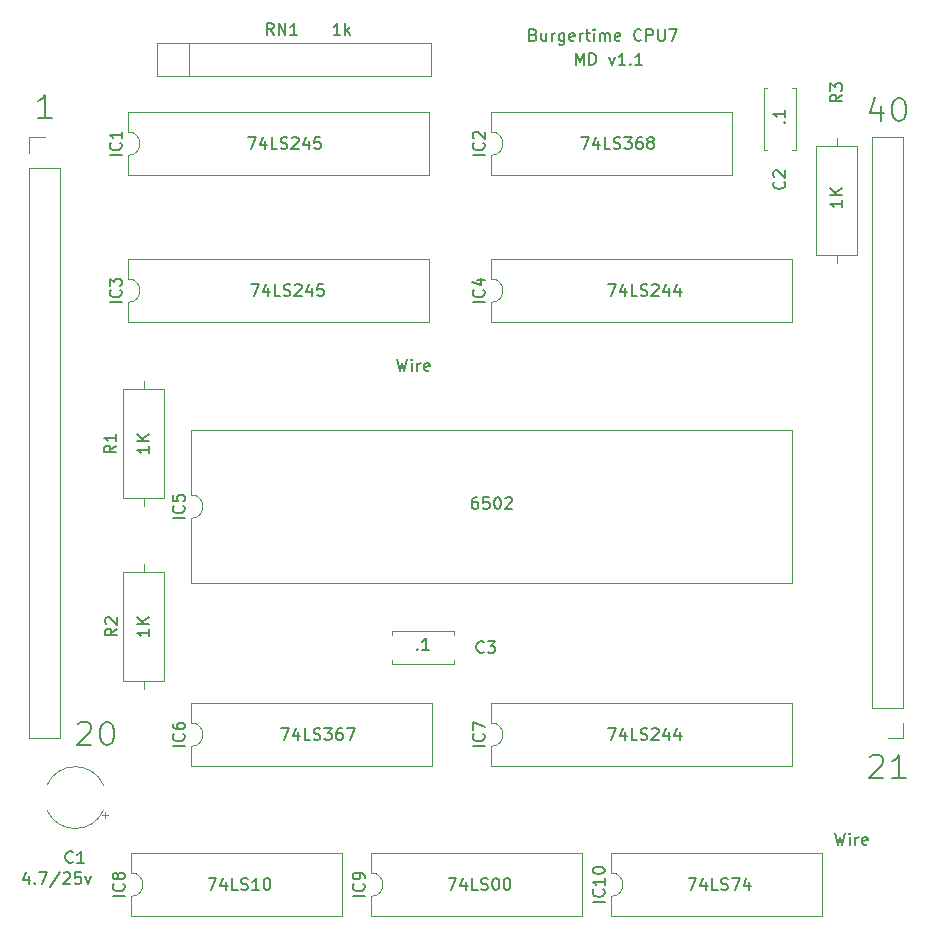
<source format=gto>
G04 #@! TF.GenerationSoftware,KiCad,Pcbnew,5.1.12-84ad8e8a86~92~ubuntu20.04.1*
G04 #@! TF.CreationDate,2022-08-04T15:06:03-04:00*
G04 #@! TF.ProjectId,burgertime-cpu7,62757267-6572-4746-996d-652d63707537,v1.1*
G04 #@! TF.SameCoordinates,Original*
G04 #@! TF.FileFunction,Legend,Top*
G04 #@! TF.FilePolarity,Positive*
%FSLAX46Y46*%
G04 Gerber Fmt 4.6, Leading zero omitted, Abs format (unit mm)*
G04 Created by KiCad (PCBNEW 5.1.12-84ad8e8a86~92~ubuntu20.04.1) date 2022-08-04 15:06:03*
%MOMM*%
%LPD*%
G01*
G04 APERTURE LIST*
%ADD10C,0.150000*%
%ADD11C,0.120000*%
%ADD12C,1.600000*%
%ADD13R,1.600000X1.600000*%
%ADD14O,1.600000X1.600000*%
%ADD15O,1.700000X1.700000*%
%ADD16R,1.700000X1.700000*%
G04 APERTURE END LIST*
D10*
X152154285Y-60396380D02*
X152154285Y-59396380D01*
X152487619Y-60110666D01*
X152820952Y-59396380D01*
X152820952Y-60396380D01*
X153297142Y-60396380D02*
X153297142Y-59396380D01*
X153535238Y-59396380D01*
X153678095Y-59444000D01*
X153773333Y-59539238D01*
X153820952Y-59634476D01*
X153868571Y-59824952D01*
X153868571Y-59967809D01*
X153820952Y-60158285D01*
X153773333Y-60253523D01*
X153678095Y-60348761D01*
X153535238Y-60396380D01*
X153297142Y-60396380D01*
X154963809Y-59729714D02*
X155201904Y-60396380D01*
X155440000Y-59729714D01*
X156344761Y-60396380D02*
X155773333Y-60396380D01*
X156059047Y-60396380D02*
X156059047Y-59396380D01*
X155963809Y-59539238D01*
X155868571Y-59634476D01*
X155773333Y-59682095D01*
X156773333Y-60301142D02*
X156820952Y-60348761D01*
X156773333Y-60396380D01*
X156725714Y-60348761D01*
X156773333Y-60301142D01*
X156773333Y-60396380D01*
X157773333Y-60396380D02*
X157201904Y-60396380D01*
X157487619Y-60396380D02*
X157487619Y-59396380D01*
X157392380Y-59539238D01*
X157297142Y-59634476D01*
X157201904Y-59682095D01*
X148551047Y-57840571D02*
X148693904Y-57888190D01*
X148741523Y-57935809D01*
X148789142Y-58031047D01*
X148789142Y-58173904D01*
X148741523Y-58269142D01*
X148693904Y-58316761D01*
X148598666Y-58364380D01*
X148217714Y-58364380D01*
X148217714Y-57364380D01*
X148551047Y-57364380D01*
X148646285Y-57412000D01*
X148693904Y-57459619D01*
X148741523Y-57554857D01*
X148741523Y-57650095D01*
X148693904Y-57745333D01*
X148646285Y-57792952D01*
X148551047Y-57840571D01*
X148217714Y-57840571D01*
X149646285Y-57697714D02*
X149646285Y-58364380D01*
X149217714Y-57697714D02*
X149217714Y-58221523D01*
X149265333Y-58316761D01*
X149360571Y-58364380D01*
X149503428Y-58364380D01*
X149598666Y-58316761D01*
X149646285Y-58269142D01*
X150122476Y-58364380D02*
X150122476Y-57697714D01*
X150122476Y-57888190D02*
X150170095Y-57792952D01*
X150217714Y-57745333D01*
X150312952Y-57697714D01*
X150408190Y-57697714D01*
X151170095Y-57697714D02*
X151170095Y-58507238D01*
X151122476Y-58602476D01*
X151074857Y-58650095D01*
X150979619Y-58697714D01*
X150836761Y-58697714D01*
X150741523Y-58650095D01*
X151170095Y-58316761D02*
X151074857Y-58364380D01*
X150884380Y-58364380D01*
X150789142Y-58316761D01*
X150741523Y-58269142D01*
X150693904Y-58173904D01*
X150693904Y-57888190D01*
X150741523Y-57792952D01*
X150789142Y-57745333D01*
X150884380Y-57697714D01*
X151074857Y-57697714D01*
X151170095Y-57745333D01*
X152027238Y-58316761D02*
X151932000Y-58364380D01*
X151741523Y-58364380D01*
X151646285Y-58316761D01*
X151598666Y-58221523D01*
X151598666Y-57840571D01*
X151646285Y-57745333D01*
X151741523Y-57697714D01*
X151932000Y-57697714D01*
X152027238Y-57745333D01*
X152074857Y-57840571D01*
X152074857Y-57935809D01*
X151598666Y-58031047D01*
X152503428Y-58364380D02*
X152503428Y-57697714D01*
X152503428Y-57888190D02*
X152551047Y-57792952D01*
X152598666Y-57745333D01*
X152693904Y-57697714D01*
X152789142Y-57697714D01*
X152979619Y-57697714D02*
X153360571Y-57697714D01*
X153122476Y-57364380D02*
X153122476Y-58221523D01*
X153170095Y-58316761D01*
X153265333Y-58364380D01*
X153360571Y-58364380D01*
X153693904Y-58364380D02*
X153693904Y-57697714D01*
X153693904Y-57364380D02*
X153646285Y-57412000D01*
X153693904Y-57459619D01*
X153741523Y-57412000D01*
X153693904Y-57364380D01*
X153693904Y-57459619D01*
X154170095Y-58364380D02*
X154170095Y-57697714D01*
X154170095Y-57792952D02*
X154217714Y-57745333D01*
X154312952Y-57697714D01*
X154455809Y-57697714D01*
X154551047Y-57745333D01*
X154598666Y-57840571D01*
X154598666Y-58364380D01*
X154598666Y-57840571D02*
X154646285Y-57745333D01*
X154741523Y-57697714D01*
X154884380Y-57697714D01*
X154979619Y-57745333D01*
X155027238Y-57840571D01*
X155027238Y-58364380D01*
X155884380Y-58316761D02*
X155789142Y-58364380D01*
X155598666Y-58364380D01*
X155503428Y-58316761D01*
X155455809Y-58221523D01*
X155455809Y-57840571D01*
X155503428Y-57745333D01*
X155598666Y-57697714D01*
X155789142Y-57697714D01*
X155884380Y-57745333D01*
X155932000Y-57840571D01*
X155932000Y-57935809D01*
X155455809Y-58031047D01*
X157693904Y-58269142D02*
X157646285Y-58316761D01*
X157503428Y-58364380D01*
X157408190Y-58364380D01*
X157265333Y-58316761D01*
X157170095Y-58221523D01*
X157122476Y-58126285D01*
X157074857Y-57935809D01*
X157074857Y-57792952D01*
X157122476Y-57602476D01*
X157170095Y-57507238D01*
X157265333Y-57412000D01*
X157408190Y-57364380D01*
X157503428Y-57364380D01*
X157646285Y-57412000D01*
X157693904Y-57459619D01*
X158122476Y-58364380D02*
X158122476Y-57364380D01*
X158503428Y-57364380D01*
X158598666Y-57412000D01*
X158646285Y-57459619D01*
X158693904Y-57554857D01*
X158693904Y-57697714D01*
X158646285Y-57792952D01*
X158598666Y-57840571D01*
X158503428Y-57888190D01*
X158122476Y-57888190D01*
X159122476Y-57364380D02*
X159122476Y-58173904D01*
X159170095Y-58269142D01*
X159217714Y-58316761D01*
X159312952Y-58364380D01*
X159503428Y-58364380D01*
X159598666Y-58316761D01*
X159646285Y-58269142D01*
X159693904Y-58173904D01*
X159693904Y-57364380D01*
X160074857Y-57364380D02*
X160741523Y-57364380D01*
X160312952Y-58364380D01*
X137025238Y-85304380D02*
X137263333Y-86304380D01*
X137453809Y-85590095D01*
X137644285Y-86304380D01*
X137882380Y-85304380D01*
X138263333Y-86304380D02*
X138263333Y-85637714D01*
X138263333Y-85304380D02*
X138215714Y-85352000D01*
X138263333Y-85399619D01*
X138310952Y-85352000D01*
X138263333Y-85304380D01*
X138263333Y-85399619D01*
X138739523Y-86304380D02*
X138739523Y-85637714D01*
X138739523Y-85828190D02*
X138787142Y-85732952D01*
X138834761Y-85685333D01*
X138930000Y-85637714D01*
X139025238Y-85637714D01*
X139739523Y-86256761D02*
X139644285Y-86304380D01*
X139453809Y-86304380D01*
X139358571Y-86256761D01*
X139310952Y-86161523D01*
X139310952Y-85780571D01*
X139358571Y-85685333D01*
X139453809Y-85637714D01*
X139644285Y-85637714D01*
X139739523Y-85685333D01*
X139787142Y-85780571D01*
X139787142Y-85875809D01*
X139310952Y-85971047D01*
X174109238Y-125436380D02*
X174347333Y-126436380D01*
X174537809Y-125722095D01*
X174728285Y-126436380D01*
X174966380Y-125436380D01*
X175347333Y-126436380D02*
X175347333Y-125769714D01*
X175347333Y-125436380D02*
X175299714Y-125484000D01*
X175347333Y-125531619D01*
X175394952Y-125484000D01*
X175347333Y-125436380D01*
X175347333Y-125531619D01*
X175823523Y-126436380D02*
X175823523Y-125769714D01*
X175823523Y-125960190D02*
X175871142Y-125864952D01*
X175918761Y-125817333D01*
X176014000Y-125769714D01*
X176109238Y-125769714D01*
X176823523Y-126388761D02*
X176728285Y-126436380D01*
X176537809Y-126436380D01*
X176442571Y-126388761D01*
X176394952Y-126293523D01*
X176394952Y-125912571D01*
X176442571Y-125817333D01*
X176537809Y-125769714D01*
X176728285Y-125769714D01*
X176823523Y-125817333D01*
X176871142Y-125912571D01*
X176871142Y-126007809D01*
X176394952Y-126103047D01*
X177038190Y-118983238D02*
X177133428Y-118888000D01*
X177323904Y-118792761D01*
X177800095Y-118792761D01*
X177990571Y-118888000D01*
X178085809Y-118983238D01*
X178181047Y-119173714D01*
X178181047Y-119364190D01*
X178085809Y-119649904D01*
X176942952Y-120792761D01*
X178181047Y-120792761D01*
X180085809Y-120792761D02*
X178942952Y-120792761D01*
X179514380Y-120792761D02*
X179514380Y-118792761D01*
X179323904Y-119078476D01*
X179133428Y-119268952D01*
X178942952Y-119364190D01*
X177990571Y-63833428D02*
X177990571Y-65166761D01*
X177514380Y-63071523D02*
X177038190Y-64500095D01*
X178276285Y-64500095D01*
X179419142Y-63166761D02*
X179609619Y-63166761D01*
X179800095Y-63262000D01*
X179895333Y-63357238D01*
X179990571Y-63547714D01*
X180085809Y-63928666D01*
X180085809Y-64404857D01*
X179990571Y-64785809D01*
X179895333Y-64976285D01*
X179800095Y-65071523D01*
X179609619Y-65166761D01*
X179419142Y-65166761D01*
X179228666Y-65071523D01*
X179133428Y-64976285D01*
X179038190Y-64785809D01*
X178942952Y-64404857D01*
X178942952Y-63928666D01*
X179038190Y-63547714D01*
X179133428Y-63357238D01*
X179228666Y-63262000D01*
X179419142Y-63166761D01*
X109982190Y-116189238D02*
X110077428Y-116094000D01*
X110267904Y-115998761D01*
X110744095Y-115998761D01*
X110934571Y-116094000D01*
X111029809Y-116189238D01*
X111125047Y-116379714D01*
X111125047Y-116570190D01*
X111029809Y-116855904D01*
X109886952Y-117998761D01*
X111125047Y-117998761D01*
X112363142Y-115998761D02*
X112553619Y-115998761D01*
X112744095Y-116094000D01*
X112839333Y-116189238D01*
X112934571Y-116379714D01*
X113029809Y-116760666D01*
X113029809Y-117236857D01*
X112934571Y-117617809D01*
X112839333Y-117808285D01*
X112744095Y-117903523D01*
X112553619Y-117998761D01*
X112363142Y-117998761D01*
X112172666Y-117903523D01*
X112077428Y-117808285D01*
X111982190Y-117617809D01*
X111886952Y-117236857D01*
X111886952Y-116760666D01*
X111982190Y-116379714D01*
X112077428Y-116189238D01*
X112172666Y-116094000D01*
X112363142Y-115998761D01*
X107759428Y-64912761D02*
X106616571Y-64912761D01*
X107188000Y-64912761D02*
X107188000Y-62912761D01*
X106997523Y-63198476D01*
X106807047Y-63388952D01*
X106616571Y-63484190D01*
D11*
X141852000Y-111098000D02*
X136612000Y-111098000D01*
X141852000Y-108358000D02*
X136612000Y-108358000D01*
X141852000Y-111098000D02*
X141852000Y-110783000D01*
X141852000Y-108673000D02*
X141852000Y-108358000D01*
X136612000Y-111098000D02*
X136612000Y-110783000D01*
X136612000Y-108673000D02*
X136612000Y-108358000D01*
X170788000Y-62364000D02*
X170788000Y-67604000D01*
X168048000Y-62364000D02*
X168048000Y-67604000D01*
X170788000Y-62364000D02*
X170473000Y-62364000D01*
X168363000Y-62364000D02*
X168048000Y-62364000D01*
X170788000Y-67604000D02*
X170473000Y-67604000D01*
X168363000Y-67604000D02*
X168048000Y-67604000D01*
X112572775Y-123903000D02*
X112072775Y-123903000D01*
X112322775Y-124153000D02*
X112322775Y-123653000D01*
X107372003Y-121368000D02*
G75*
G02*
X112163997Y-121368000I2395997J-1060000D01*
G01*
X107372003Y-123488000D02*
G75*
G03*
X112163997Y-123488000I2395997J1060000D01*
G01*
X119574000Y-98790000D02*
X119574000Y-104250000D01*
X119574000Y-104250000D02*
X170494000Y-104250000D01*
X170494000Y-104250000D02*
X170494000Y-91330000D01*
X170494000Y-91330000D02*
X119574000Y-91330000D01*
X119574000Y-91330000D02*
X119574000Y-96790000D01*
X119574000Y-96790000D02*
G75*
G02*
X119574000Y-98790000I0J-1000000D01*
G01*
X144974000Y-64406000D02*
X144974000Y-66056000D01*
X165414000Y-64406000D02*
X144974000Y-64406000D01*
X165414000Y-69706000D02*
X165414000Y-64406000D01*
X144974000Y-69706000D02*
X165414000Y-69706000D01*
X144974000Y-68056000D02*
X144974000Y-69706000D01*
X144974000Y-66056000D02*
G75*
G02*
X144974000Y-68056000I0J-1000000D01*
G01*
X116670000Y-58544000D02*
X116670000Y-61344000D01*
X116670000Y-61344000D02*
X139870000Y-61344000D01*
X139870000Y-61344000D02*
X139870000Y-58544000D01*
X139870000Y-58544000D02*
X116670000Y-58544000D01*
X119380000Y-58544000D02*
X119380000Y-61344000D01*
X175964000Y-67262000D02*
X172524000Y-67262000D01*
X172524000Y-67262000D02*
X172524000Y-76502000D01*
X172524000Y-76502000D02*
X175964000Y-76502000D01*
X175964000Y-76502000D02*
X175964000Y-67262000D01*
X174244000Y-66572000D02*
X174244000Y-67262000D01*
X174244000Y-77192000D02*
X174244000Y-76502000D01*
X113850000Y-112570000D02*
X117290000Y-112570000D01*
X117290000Y-112570000D02*
X117290000Y-103330000D01*
X117290000Y-103330000D02*
X113850000Y-103330000D01*
X113850000Y-103330000D02*
X113850000Y-112570000D01*
X115570000Y-113260000D02*
X115570000Y-112570000D01*
X115570000Y-102640000D02*
X115570000Y-103330000D01*
X117290000Y-87836000D02*
X113850000Y-87836000D01*
X113850000Y-87836000D02*
X113850000Y-97076000D01*
X113850000Y-97076000D02*
X117290000Y-97076000D01*
X117290000Y-97076000D02*
X117290000Y-87836000D01*
X115570000Y-87146000D02*
X115570000Y-87836000D01*
X115570000Y-97766000D02*
X115570000Y-97076000D01*
X179892000Y-66488000D02*
X177232000Y-66488000D01*
X179892000Y-114808000D02*
X179892000Y-66488000D01*
X177232000Y-114808000D02*
X177232000Y-66488000D01*
X179892000Y-114808000D02*
X177232000Y-114808000D01*
X179892000Y-116078000D02*
X179892000Y-117408000D01*
X179892000Y-117408000D02*
X178562000Y-117408000D01*
X105858000Y-117408000D02*
X108518000Y-117408000D01*
X105858000Y-69088000D02*
X105858000Y-117408000D01*
X108518000Y-69088000D02*
X108518000Y-117408000D01*
X105858000Y-69088000D02*
X108518000Y-69088000D01*
X105858000Y-67818000D02*
X105858000Y-66488000D01*
X105858000Y-66488000D02*
X107188000Y-66488000D01*
X155134000Y-130794000D02*
X155134000Y-132444000D01*
X155134000Y-132444000D02*
X173034000Y-132444000D01*
X173034000Y-132444000D02*
X173034000Y-127144000D01*
X173034000Y-127144000D02*
X155134000Y-127144000D01*
X155134000Y-127144000D02*
X155134000Y-128794000D01*
X155134000Y-128794000D02*
G75*
G02*
X155134000Y-130794000I0J-1000000D01*
G01*
X134814000Y-130794000D02*
X134814000Y-132444000D01*
X134814000Y-132444000D02*
X152714000Y-132444000D01*
X152714000Y-132444000D02*
X152714000Y-127144000D01*
X152714000Y-127144000D02*
X134814000Y-127144000D01*
X134814000Y-127144000D02*
X134814000Y-128794000D01*
X134814000Y-128794000D02*
G75*
G02*
X134814000Y-130794000I0J-1000000D01*
G01*
X114494000Y-130794000D02*
X114494000Y-132444000D01*
X114494000Y-132444000D02*
X132394000Y-132444000D01*
X132394000Y-132444000D02*
X132394000Y-127144000D01*
X132394000Y-127144000D02*
X114494000Y-127144000D01*
X114494000Y-127144000D02*
X114494000Y-128794000D01*
X114494000Y-128794000D02*
G75*
G02*
X114494000Y-130794000I0J-1000000D01*
G01*
X144974000Y-118094000D02*
X144974000Y-119744000D01*
X144974000Y-119744000D02*
X170494000Y-119744000D01*
X170494000Y-119744000D02*
X170494000Y-114444000D01*
X170494000Y-114444000D02*
X144974000Y-114444000D01*
X144974000Y-114444000D02*
X144974000Y-116094000D01*
X144974000Y-116094000D02*
G75*
G02*
X144974000Y-118094000I0J-1000000D01*
G01*
X119574000Y-118094000D02*
X119574000Y-119744000D01*
X119574000Y-119744000D02*
X140014000Y-119744000D01*
X140014000Y-119744000D02*
X140014000Y-114444000D01*
X140014000Y-114444000D02*
X119574000Y-114444000D01*
X119574000Y-114444000D02*
X119574000Y-116094000D01*
X119574000Y-116094000D02*
G75*
G02*
X119574000Y-118094000I0J-1000000D01*
G01*
X144974000Y-80502000D02*
X144974000Y-82152000D01*
X144974000Y-82152000D02*
X170494000Y-82152000D01*
X170494000Y-82152000D02*
X170494000Y-76852000D01*
X170494000Y-76852000D02*
X144974000Y-76852000D01*
X144974000Y-76852000D02*
X144974000Y-78502000D01*
X144974000Y-78502000D02*
G75*
G02*
X144974000Y-80502000I0J-1000000D01*
G01*
X114240000Y-80502000D02*
X114240000Y-82152000D01*
X114240000Y-82152000D02*
X139760000Y-82152000D01*
X139760000Y-82152000D02*
X139760000Y-76852000D01*
X139760000Y-76852000D02*
X114240000Y-76852000D01*
X114240000Y-76852000D02*
X114240000Y-78502000D01*
X114240000Y-78502000D02*
G75*
G02*
X114240000Y-80502000I0J-1000000D01*
G01*
X114240000Y-68056000D02*
X114240000Y-69706000D01*
X114240000Y-69706000D02*
X139760000Y-69706000D01*
X139760000Y-69706000D02*
X139760000Y-64406000D01*
X139760000Y-64406000D02*
X114240000Y-64406000D01*
X114240000Y-64406000D02*
X114240000Y-66056000D01*
X114240000Y-66056000D02*
G75*
G02*
X114240000Y-68056000I0J-1000000D01*
G01*
D10*
X144359333Y-110085142D02*
X144311714Y-110132761D01*
X144168857Y-110180380D01*
X144073619Y-110180380D01*
X143930761Y-110132761D01*
X143835523Y-110037523D01*
X143787904Y-109942285D01*
X143740285Y-109751809D01*
X143740285Y-109608952D01*
X143787904Y-109418476D01*
X143835523Y-109323238D01*
X143930761Y-109228000D01*
X144073619Y-109180380D01*
X144168857Y-109180380D01*
X144311714Y-109228000D01*
X144359333Y-109275619D01*
X144692666Y-109180380D02*
X145311714Y-109180380D01*
X144978380Y-109561333D01*
X145121238Y-109561333D01*
X145216476Y-109608952D01*
X145264095Y-109656571D01*
X145311714Y-109751809D01*
X145311714Y-109989904D01*
X145264095Y-110085142D01*
X145216476Y-110132761D01*
X145121238Y-110180380D01*
X144835523Y-110180380D01*
X144740285Y-110132761D01*
X144692666Y-110085142D01*
X138715809Y-109831142D02*
X138763428Y-109878761D01*
X138715809Y-109926380D01*
X138668190Y-109878761D01*
X138715809Y-109831142D01*
X138715809Y-109926380D01*
X139715809Y-109926380D02*
X139144380Y-109926380D01*
X139430095Y-109926380D02*
X139430095Y-108926380D01*
X139334857Y-109069238D01*
X139239619Y-109164476D01*
X139144380Y-109212095D01*
X169775142Y-70270666D02*
X169822761Y-70318285D01*
X169870380Y-70461142D01*
X169870380Y-70556380D01*
X169822761Y-70699238D01*
X169727523Y-70794476D01*
X169632285Y-70842095D01*
X169441809Y-70889714D01*
X169298952Y-70889714D01*
X169108476Y-70842095D01*
X169013238Y-70794476D01*
X168918000Y-70699238D01*
X168870380Y-70556380D01*
X168870380Y-70461142D01*
X168918000Y-70318285D01*
X168965619Y-70270666D01*
X168965619Y-69889714D02*
X168918000Y-69842095D01*
X168870380Y-69746857D01*
X168870380Y-69508761D01*
X168918000Y-69413523D01*
X168965619Y-69365904D01*
X169060857Y-69318285D01*
X169156095Y-69318285D01*
X169298952Y-69365904D01*
X169870380Y-69937333D01*
X169870380Y-69318285D01*
X169775142Y-65246190D02*
X169822761Y-65198571D01*
X169870380Y-65246190D01*
X169822761Y-65293809D01*
X169775142Y-65246190D01*
X169870380Y-65246190D01*
X169870380Y-64246190D02*
X169870380Y-64817619D01*
X169870380Y-64531904D02*
X168870380Y-64531904D01*
X169013238Y-64627142D01*
X169108476Y-64722380D01*
X169156095Y-64817619D01*
X109561333Y-127865142D02*
X109513714Y-127912761D01*
X109370857Y-127960380D01*
X109275619Y-127960380D01*
X109132761Y-127912761D01*
X109037523Y-127817523D01*
X108989904Y-127722285D01*
X108942285Y-127531809D01*
X108942285Y-127388952D01*
X108989904Y-127198476D01*
X109037523Y-127103238D01*
X109132761Y-127008000D01*
X109275619Y-126960380D01*
X109370857Y-126960380D01*
X109513714Y-127008000D01*
X109561333Y-127055619D01*
X110513714Y-127960380D02*
X109942285Y-127960380D01*
X110228000Y-127960380D02*
X110228000Y-126960380D01*
X110132761Y-127103238D01*
X110037523Y-127198476D01*
X109942285Y-127246095D01*
X105823047Y-129071714D02*
X105823047Y-129738380D01*
X105584952Y-128690761D02*
X105346857Y-129405047D01*
X105965904Y-129405047D01*
X106346857Y-129643142D02*
X106394476Y-129690761D01*
X106346857Y-129738380D01*
X106299238Y-129690761D01*
X106346857Y-129643142D01*
X106346857Y-129738380D01*
X106727809Y-128738380D02*
X107394476Y-128738380D01*
X106965904Y-129738380D01*
X108489714Y-128690761D02*
X107632571Y-129976476D01*
X108775428Y-128833619D02*
X108823047Y-128786000D01*
X108918285Y-128738380D01*
X109156380Y-128738380D01*
X109251619Y-128786000D01*
X109299238Y-128833619D01*
X109346857Y-128928857D01*
X109346857Y-129024095D01*
X109299238Y-129166952D01*
X108727809Y-129738380D01*
X109346857Y-129738380D01*
X110251619Y-128738380D02*
X109775428Y-128738380D01*
X109727809Y-129214571D01*
X109775428Y-129166952D01*
X109870666Y-129119333D01*
X110108761Y-129119333D01*
X110204000Y-129166952D01*
X110251619Y-129214571D01*
X110299238Y-129309809D01*
X110299238Y-129547904D01*
X110251619Y-129643142D01*
X110204000Y-129690761D01*
X110108761Y-129738380D01*
X109870666Y-129738380D01*
X109775428Y-129690761D01*
X109727809Y-129643142D01*
X110632571Y-129071714D02*
X110870666Y-129738380D01*
X111108761Y-129071714D01*
X119026380Y-98766190D02*
X118026380Y-98766190D01*
X118931142Y-97718571D02*
X118978761Y-97766190D01*
X119026380Y-97909047D01*
X119026380Y-98004285D01*
X118978761Y-98147142D01*
X118883523Y-98242380D01*
X118788285Y-98290000D01*
X118597809Y-98337619D01*
X118454952Y-98337619D01*
X118264476Y-98290000D01*
X118169238Y-98242380D01*
X118074000Y-98147142D01*
X118026380Y-98004285D01*
X118026380Y-97909047D01*
X118074000Y-97766190D01*
X118121619Y-97718571D01*
X118026380Y-96813809D02*
X118026380Y-97290000D01*
X118502571Y-97337619D01*
X118454952Y-97290000D01*
X118407333Y-97194761D01*
X118407333Y-96956666D01*
X118454952Y-96861428D01*
X118502571Y-96813809D01*
X118597809Y-96766190D01*
X118835904Y-96766190D01*
X118931142Y-96813809D01*
X118978761Y-96861428D01*
X119026380Y-96956666D01*
X119026380Y-97194761D01*
X118978761Y-97290000D01*
X118931142Y-97337619D01*
X143795904Y-96988380D02*
X143605428Y-96988380D01*
X143510190Y-97036000D01*
X143462571Y-97083619D01*
X143367333Y-97226476D01*
X143319714Y-97416952D01*
X143319714Y-97797904D01*
X143367333Y-97893142D01*
X143414952Y-97940761D01*
X143510190Y-97988380D01*
X143700666Y-97988380D01*
X143795904Y-97940761D01*
X143843523Y-97893142D01*
X143891142Y-97797904D01*
X143891142Y-97559809D01*
X143843523Y-97464571D01*
X143795904Y-97416952D01*
X143700666Y-97369333D01*
X143510190Y-97369333D01*
X143414952Y-97416952D01*
X143367333Y-97464571D01*
X143319714Y-97559809D01*
X144795904Y-96988380D02*
X144319714Y-96988380D01*
X144272095Y-97464571D01*
X144319714Y-97416952D01*
X144414952Y-97369333D01*
X144653047Y-97369333D01*
X144748285Y-97416952D01*
X144795904Y-97464571D01*
X144843523Y-97559809D01*
X144843523Y-97797904D01*
X144795904Y-97893142D01*
X144748285Y-97940761D01*
X144653047Y-97988380D01*
X144414952Y-97988380D01*
X144319714Y-97940761D01*
X144272095Y-97893142D01*
X145462571Y-96988380D02*
X145557809Y-96988380D01*
X145653047Y-97036000D01*
X145700666Y-97083619D01*
X145748285Y-97178857D01*
X145795904Y-97369333D01*
X145795904Y-97607428D01*
X145748285Y-97797904D01*
X145700666Y-97893142D01*
X145653047Y-97940761D01*
X145557809Y-97988380D01*
X145462571Y-97988380D01*
X145367333Y-97940761D01*
X145319714Y-97893142D01*
X145272095Y-97797904D01*
X145224476Y-97607428D01*
X145224476Y-97369333D01*
X145272095Y-97178857D01*
X145319714Y-97083619D01*
X145367333Y-97036000D01*
X145462571Y-96988380D01*
X146176857Y-97083619D02*
X146224476Y-97036000D01*
X146319714Y-96988380D01*
X146557809Y-96988380D01*
X146653047Y-97036000D01*
X146700666Y-97083619D01*
X146748285Y-97178857D01*
X146748285Y-97274095D01*
X146700666Y-97416952D01*
X146129238Y-97988380D01*
X146748285Y-97988380D01*
X144426380Y-68032190D02*
X143426380Y-68032190D01*
X144331142Y-66984571D02*
X144378761Y-67032190D01*
X144426380Y-67175047D01*
X144426380Y-67270285D01*
X144378761Y-67413142D01*
X144283523Y-67508380D01*
X144188285Y-67556000D01*
X143997809Y-67603619D01*
X143854952Y-67603619D01*
X143664476Y-67556000D01*
X143569238Y-67508380D01*
X143474000Y-67413142D01*
X143426380Y-67270285D01*
X143426380Y-67175047D01*
X143474000Y-67032190D01*
X143521619Y-66984571D01*
X143521619Y-66603619D02*
X143474000Y-66556000D01*
X143426380Y-66460761D01*
X143426380Y-66222666D01*
X143474000Y-66127428D01*
X143521619Y-66079809D01*
X143616857Y-66032190D01*
X143712095Y-66032190D01*
X143854952Y-66079809D01*
X144426380Y-66651238D01*
X144426380Y-66032190D01*
X152582952Y-66508380D02*
X153249619Y-66508380D01*
X152821047Y-67508380D01*
X154059142Y-66841714D02*
X154059142Y-67508380D01*
X153821047Y-66460761D02*
X153582952Y-67175047D01*
X154202000Y-67175047D01*
X155059142Y-67508380D02*
X154582952Y-67508380D01*
X154582952Y-66508380D01*
X155344857Y-67460761D02*
X155487714Y-67508380D01*
X155725809Y-67508380D01*
X155821047Y-67460761D01*
X155868666Y-67413142D01*
X155916285Y-67317904D01*
X155916285Y-67222666D01*
X155868666Y-67127428D01*
X155821047Y-67079809D01*
X155725809Y-67032190D01*
X155535333Y-66984571D01*
X155440095Y-66936952D01*
X155392476Y-66889333D01*
X155344857Y-66794095D01*
X155344857Y-66698857D01*
X155392476Y-66603619D01*
X155440095Y-66556000D01*
X155535333Y-66508380D01*
X155773428Y-66508380D01*
X155916285Y-66556000D01*
X156249619Y-66508380D02*
X156868666Y-66508380D01*
X156535333Y-66889333D01*
X156678190Y-66889333D01*
X156773428Y-66936952D01*
X156821047Y-66984571D01*
X156868666Y-67079809D01*
X156868666Y-67317904D01*
X156821047Y-67413142D01*
X156773428Y-67460761D01*
X156678190Y-67508380D01*
X156392476Y-67508380D01*
X156297238Y-67460761D01*
X156249619Y-67413142D01*
X157725809Y-66508380D02*
X157535333Y-66508380D01*
X157440095Y-66556000D01*
X157392476Y-66603619D01*
X157297238Y-66746476D01*
X157249619Y-66936952D01*
X157249619Y-67317904D01*
X157297238Y-67413142D01*
X157344857Y-67460761D01*
X157440095Y-67508380D01*
X157630571Y-67508380D01*
X157725809Y-67460761D01*
X157773428Y-67413142D01*
X157821047Y-67317904D01*
X157821047Y-67079809D01*
X157773428Y-66984571D01*
X157725809Y-66936952D01*
X157630571Y-66889333D01*
X157440095Y-66889333D01*
X157344857Y-66936952D01*
X157297238Y-66984571D01*
X157249619Y-67079809D01*
X158392476Y-66936952D02*
X158297238Y-66889333D01*
X158249619Y-66841714D01*
X158202000Y-66746476D01*
X158202000Y-66698857D01*
X158249619Y-66603619D01*
X158297238Y-66556000D01*
X158392476Y-66508380D01*
X158582952Y-66508380D01*
X158678190Y-66556000D01*
X158725809Y-66603619D01*
X158773428Y-66698857D01*
X158773428Y-66746476D01*
X158725809Y-66841714D01*
X158678190Y-66889333D01*
X158582952Y-66936952D01*
X158392476Y-66936952D01*
X158297238Y-66984571D01*
X158249619Y-67032190D01*
X158202000Y-67127428D01*
X158202000Y-67317904D01*
X158249619Y-67413142D01*
X158297238Y-67460761D01*
X158392476Y-67508380D01*
X158582952Y-67508380D01*
X158678190Y-67460761D01*
X158725809Y-67413142D01*
X158773428Y-67317904D01*
X158773428Y-67127428D01*
X158725809Y-67032190D01*
X158678190Y-66984571D01*
X158582952Y-66936952D01*
X126563523Y-57856380D02*
X126230190Y-57380190D01*
X125992095Y-57856380D02*
X125992095Y-56856380D01*
X126373047Y-56856380D01*
X126468285Y-56904000D01*
X126515904Y-56951619D01*
X126563523Y-57046857D01*
X126563523Y-57189714D01*
X126515904Y-57284952D01*
X126468285Y-57332571D01*
X126373047Y-57380190D01*
X125992095Y-57380190D01*
X126992095Y-57856380D02*
X126992095Y-56856380D01*
X127563523Y-57856380D01*
X127563523Y-56856380D01*
X128563523Y-57856380D02*
X127992095Y-57856380D01*
X128277809Y-57856380D02*
X128277809Y-56856380D01*
X128182571Y-56999238D01*
X128087333Y-57094476D01*
X127992095Y-57142095D01*
X132214952Y-57856380D02*
X131643523Y-57856380D01*
X131929238Y-57856380D02*
X131929238Y-56856380D01*
X131834000Y-56999238D01*
X131738761Y-57094476D01*
X131643523Y-57142095D01*
X132643523Y-57856380D02*
X132643523Y-56856380D01*
X132738761Y-57475428D02*
X133024476Y-57856380D01*
X133024476Y-57189714D02*
X132643523Y-57570666D01*
X174696380Y-62904666D02*
X174220190Y-63238000D01*
X174696380Y-63476095D02*
X173696380Y-63476095D01*
X173696380Y-63095142D01*
X173744000Y-62999904D01*
X173791619Y-62952285D01*
X173886857Y-62904666D01*
X174029714Y-62904666D01*
X174124952Y-62952285D01*
X174172571Y-62999904D01*
X174220190Y-63095142D01*
X174220190Y-63476095D01*
X173696380Y-62571333D02*
X173696380Y-61952285D01*
X174077333Y-62285619D01*
X174077333Y-62142761D01*
X174124952Y-62047523D01*
X174172571Y-61999904D01*
X174267809Y-61952285D01*
X174505904Y-61952285D01*
X174601142Y-61999904D01*
X174648761Y-62047523D01*
X174696380Y-62142761D01*
X174696380Y-62428476D01*
X174648761Y-62523714D01*
X174601142Y-62571333D01*
X174696380Y-71842285D02*
X174696380Y-72413714D01*
X174696380Y-72128000D02*
X173696380Y-72128000D01*
X173839238Y-72223238D01*
X173934476Y-72318476D01*
X173982095Y-72413714D01*
X174696380Y-71413714D02*
X173696380Y-71413714D01*
X174696380Y-70842285D02*
X174124952Y-71270857D01*
X173696380Y-70842285D02*
X174267809Y-71413714D01*
X113302380Y-108116666D02*
X112826190Y-108450000D01*
X113302380Y-108688095D02*
X112302380Y-108688095D01*
X112302380Y-108307142D01*
X112350000Y-108211904D01*
X112397619Y-108164285D01*
X112492857Y-108116666D01*
X112635714Y-108116666D01*
X112730952Y-108164285D01*
X112778571Y-108211904D01*
X112826190Y-108307142D01*
X112826190Y-108688095D01*
X112397619Y-107735714D02*
X112350000Y-107688095D01*
X112302380Y-107592857D01*
X112302380Y-107354761D01*
X112350000Y-107259523D01*
X112397619Y-107211904D01*
X112492857Y-107164285D01*
X112588095Y-107164285D01*
X112730952Y-107211904D01*
X113302380Y-107783333D01*
X113302380Y-107164285D01*
X116022380Y-108164285D02*
X116022380Y-108735714D01*
X116022380Y-108450000D02*
X115022380Y-108450000D01*
X115165238Y-108545238D01*
X115260476Y-108640476D01*
X115308095Y-108735714D01*
X116022380Y-107735714D02*
X115022380Y-107735714D01*
X116022380Y-107164285D02*
X115450952Y-107592857D01*
X115022380Y-107164285D02*
X115593809Y-107735714D01*
X113228380Y-92622666D02*
X112752190Y-92956000D01*
X113228380Y-93194095D02*
X112228380Y-93194095D01*
X112228380Y-92813142D01*
X112276000Y-92717904D01*
X112323619Y-92670285D01*
X112418857Y-92622666D01*
X112561714Y-92622666D01*
X112656952Y-92670285D01*
X112704571Y-92717904D01*
X112752190Y-92813142D01*
X112752190Y-93194095D01*
X113228380Y-91670285D02*
X113228380Y-92241714D01*
X113228380Y-91956000D02*
X112228380Y-91956000D01*
X112371238Y-92051238D01*
X112466476Y-92146476D01*
X112514095Y-92241714D01*
X116022380Y-92670285D02*
X116022380Y-93241714D01*
X116022380Y-92956000D02*
X115022380Y-92956000D01*
X115165238Y-93051238D01*
X115260476Y-93146476D01*
X115308095Y-93241714D01*
X116022380Y-92241714D02*
X115022380Y-92241714D01*
X116022380Y-91670285D02*
X115450952Y-92098857D01*
X115022380Y-91670285D02*
X115593809Y-92241714D01*
X154586380Y-131246380D02*
X153586380Y-131246380D01*
X154491142Y-130198761D02*
X154538761Y-130246380D01*
X154586380Y-130389238D01*
X154586380Y-130484476D01*
X154538761Y-130627333D01*
X154443523Y-130722571D01*
X154348285Y-130770190D01*
X154157809Y-130817809D01*
X154014952Y-130817809D01*
X153824476Y-130770190D01*
X153729238Y-130722571D01*
X153634000Y-130627333D01*
X153586380Y-130484476D01*
X153586380Y-130389238D01*
X153634000Y-130246380D01*
X153681619Y-130198761D01*
X154586380Y-129246380D02*
X154586380Y-129817809D01*
X154586380Y-129532095D02*
X153586380Y-129532095D01*
X153729238Y-129627333D01*
X153824476Y-129722571D01*
X153872095Y-129817809D01*
X153586380Y-128627333D02*
X153586380Y-128532095D01*
X153634000Y-128436857D01*
X153681619Y-128389238D01*
X153776857Y-128341619D01*
X153967333Y-128294000D01*
X154205428Y-128294000D01*
X154395904Y-128341619D01*
X154491142Y-128389238D01*
X154538761Y-128436857D01*
X154586380Y-128532095D01*
X154586380Y-128627333D01*
X154538761Y-128722571D01*
X154491142Y-128770190D01*
X154395904Y-128817809D01*
X154205428Y-128865428D01*
X153967333Y-128865428D01*
X153776857Y-128817809D01*
X153681619Y-128770190D01*
X153634000Y-128722571D01*
X153586380Y-128627333D01*
X161695142Y-129246380D02*
X162361809Y-129246380D01*
X161933238Y-130246380D01*
X163171333Y-129579714D02*
X163171333Y-130246380D01*
X162933238Y-129198761D02*
X162695142Y-129913047D01*
X163314190Y-129913047D01*
X164171333Y-130246380D02*
X163695142Y-130246380D01*
X163695142Y-129246380D01*
X164457047Y-130198761D02*
X164599904Y-130246380D01*
X164838000Y-130246380D01*
X164933238Y-130198761D01*
X164980857Y-130151142D01*
X165028476Y-130055904D01*
X165028476Y-129960666D01*
X164980857Y-129865428D01*
X164933238Y-129817809D01*
X164838000Y-129770190D01*
X164647523Y-129722571D01*
X164552285Y-129674952D01*
X164504666Y-129627333D01*
X164457047Y-129532095D01*
X164457047Y-129436857D01*
X164504666Y-129341619D01*
X164552285Y-129294000D01*
X164647523Y-129246380D01*
X164885619Y-129246380D01*
X165028476Y-129294000D01*
X165361809Y-129246380D02*
X166028476Y-129246380D01*
X165599904Y-130246380D01*
X166838000Y-129579714D02*
X166838000Y-130246380D01*
X166599904Y-129198761D02*
X166361809Y-129913047D01*
X166980857Y-129913047D01*
X134266380Y-130770190D02*
X133266380Y-130770190D01*
X134171142Y-129722571D02*
X134218761Y-129770190D01*
X134266380Y-129913047D01*
X134266380Y-130008285D01*
X134218761Y-130151142D01*
X134123523Y-130246380D01*
X134028285Y-130294000D01*
X133837809Y-130341619D01*
X133694952Y-130341619D01*
X133504476Y-130294000D01*
X133409238Y-130246380D01*
X133314000Y-130151142D01*
X133266380Y-130008285D01*
X133266380Y-129913047D01*
X133314000Y-129770190D01*
X133361619Y-129722571D01*
X134266380Y-129246380D02*
X134266380Y-129055904D01*
X134218761Y-128960666D01*
X134171142Y-128913047D01*
X134028285Y-128817809D01*
X133837809Y-128770190D01*
X133456857Y-128770190D01*
X133361619Y-128817809D01*
X133314000Y-128865428D01*
X133266380Y-128960666D01*
X133266380Y-129151142D01*
X133314000Y-129246380D01*
X133361619Y-129294000D01*
X133456857Y-129341619D01*
X133694952Y-129341619D01*
X133790190Y-129294000D01*
X133837809Y-129246380D01*
X133885428Y-129151142D01*
X133885428Y-128960666D01*
X133837809Y-128865428D01*
X133790190Y-128817809D01*
X133694952Y-128770190D01*
X141375142Y-129246380D02*
X142041809Y-129246380D01*
X141613238Y-130246380D01*
X142851333Y-129579714D02*
X142851333Y-130246380D01*
X142613238Y-129198761D02*
X142375142Y-129913047D01*
X142994190Y-129913047D01*
X143851333Y-130246380D02*
X143375142Y-130246380D01*
X143375142Y-129246380D01*
X144137047Y-130198761D02*
X144279904Y-130246380D01*
X144518000Y-130246380D01*
X144613238Y-130198761D01*
X144660857Y-130151142D01*
X144708476Y-130055904D01*
X144708476Y-129960666D01*
X144660857Y-129865428D01*
X144613238Y-129817809D01*
X144518000Y-129770190D01*
X144327523Y-129722571D01*
X144232285Y-129674952D01*
X144184666Y-129627333D01*
X144137047Y-129532095D01*
X144137047Y-129436857D01*
X144184666Y-129341619D01*
X144232285Y-129294000D01*
X144327523Y-129246380D01*
X144565619Y-129246380D01*
X144708476Y-129294000D01*
X145327523Y-129246380D02*
X145422761Y-129246380D01*
X145518000Y-129294000D01*
X145565619Y-129341619D01*
X145613238Y-129436857D01*
X145660857Y-129627333D01*
X145660857Y-129865428D01*
X145613238Y-130055904D01*
X145565619Y-130151142D01*
X145518000Y-130198761D01*
X145422761Y-130246380D01*
X145327523Y-130246380D01*
X145232285Y-130198761D01*
X145184666Y-130151142D01*
X145137047Y-130055904D01*
X145089428Y-129865428D01*
X145089428Y-129627333D01*
X145137047Y-129436857D01*
X145184666Y-129341619D01*
X145232285Y-129294000D01*
X145327523Y-129246380D01*
X146279904Y-129246380D02*
X146375142Y-129246380D01*
X146470380Y-129294000D01*
X146518000Y-129341619D01*
X146565619Y-129436857D01*
X146613238Y-129627333D01*
X146613238Y-129865428D01*
X146565619Y-130055904D01*
X146518000Y-130151142D01*
X146470380Y-130198761D01*
X146375142Y-130246380D01*
X146279904Y-130246380D01*
X146184666Y-130198761D01*
X146137047Y-130151142D01*
X146089428Y-130055904D01*
X146041809Y-129865428D01*
X146041809Y-129627333D01*
X146089428Y-129436857D01*
X146137047Y-129341619D01*
X146184666Y-129294000D01*
X146279904Y-129246380D01*
X113946380Y-130770190D02*
X112946380Y-130770190D01*
X113851142Y-129722571D02*
X113898761Y-129770190D01*
X113946380Y-129913047D01*
X113946380Y-130008285D01*
X113898761Y-130151142D01*
X113803523Y-130246380D01*
X113708285Y-130294000D01*
X113517809Y-130341619D01*
X113374952Y-130341619D01*
X113184476Y-130294000D01*
X113089238Y-130246380D01*
X112994000Y-130151142D01*
X112946380Y-130008285D01*
X112946380Y-129913047D01*
X112994000Y-129770190D01*
X113041619Y-129722571D01*
X113374952Y-129151142D02*
X113327333Y-129246380D01*
X113279714Y-129294000D01*
X113184476Y-129341619D01*
X113136857Y-129341619D01*
X113041619Y-129294000D01*
X112994000Y-129246380D01*
X112946380Y-129151142D01*
X112946380Y-128960666D01*
X112994000Y-128865428D01*
X113041619Y-128817809D01*
X113136857Y-128770190D01*
X113184476Y-128770190D01*
X113279714Y-128817809D01*
X113327333Y-128865428D01*
X113374952Y-128960666D01*
X113374952Y-129151142D01*
X113422571Y-129246380D01*
X113470190Y-129294000D01*
X113565428Y-129341619D01*
X113755904Y-129341619D01*
X113851142Y-129294000D01*
X113898761Y-129246380D01*
X113946380Y-129151142D01*
X113946380Y-128960666D01*
X113898761Y-128865428D01*
X113851142Y-128817809D01*
X113755904Y-128770190D01*
X113565428Y-128770190D01*
X113470190Y-128817809D01*
X113422571Y-128865428D01*
X113374952Y-128960666D01*
X121055142Y-129246380D02*
X121721809Y-129246380D01*
X121293238Y-130246380D01*
X122531333Y-129579714D02*
X122531333Y-130246380D01*
X122293238Y-129198761D02*
X122055142Y-129913047D01*
X122674190Y-129913047D01*
X123531333Y-130246380D02*
X123055142Y-130246380D01*
X123055142Y-129246380D01*
X123817047Y-130198761D02*
X123959904Y-130246380D01*
X124198000Y-130246380D01*
X124293238Y-130198761D01*
X124340857Y-130151142D01*
X124388476Y-130055904D01*
X124388476Y-129960666D01*
X124340857Y-129865428D01*
X124293238Y-129817809D01*
X124198000Y-129770190D01*
X124007523Y-129722571D01*
X123912285Y-129674952D01*
X123864666Y-129627333D01*
X123817047Y-129532095D01*
X123817047Y-129436857D01*
X123864666Y-129341619D01*
X123912285Y-129294000D01*
X124007523Y-129246380D01*
X124245619Y-129246380D01*
X124388476Y-129294000D01*
X125340857Y-130246380D02*
X124769428Y-130246380D01*
X125055142Y-130246380D02*
X125055142Y-129246380D01*
X124959904Y-129389238D01*
X124864666Y-129484476D01*
X124769428Y-129532095D01*
X125959904Y-129246380D02*
X126055142Y-129246380D01*
X126150380Y-129294000D01*
X126198000Y-129341619D01*
X126245619Y-129436857D01*
X126293238Y-129627333D01*
X126293238Y-129865428D01*
X126245619Y-130055904D01*
X126198000Y-130151142D01*
X126150380Y-130198761D01*
X126055142Y-130246380D01*
X125959904Y-130246380D01*
X125864666Y-130198761D01*
X125817047Y-130151142D01*
X125769428Y-130055904D01*
X125721809Y-129865428D01*
X125721809Y-129627333D01*
X125769428Y-129436857D01*
X125817047Y-129341619D01*
X125864666Y-129294000D01*
X125959904Y-129246380D01*
X144426380Y-118070190D02*
X143426380Y-118070190D01*
X144331142Y-117022571D02*
X144378761Y-117070190D01*
X144426380Y-117213047D01*
X144426380Y-117308285D01*
X144378761Y-117451142D01*
X144283523Y-117546380D01*
X144188285Y-117594000D01*
X143997809Y-117641619D01*
X143854952Y-117641619D01*
X143664476Y-117594000D01*
X143569238Y-117546380D01*
X143474000Y-117451142D01*
X143426380Y-117308285D01*
X143426380Y-117213047D01*
X143474000Y-117070190D01*
X143521619Y-117022571D01*
X143426380Y-116689238D02*
X143426380Y-116022571D01*
X144426380Y-116451142D01*
X154868952Y-116546380D02*
X155535619Y-116546380D01*
X155107047Y-117546380D01*
X156345142Y-116879714D02*
X156345142Y-117546380D01*
X156107047Y-116498761D02*
X155868952Y-117213047D01*
X156488000Y-117213047D01*
X157345142Y-117546380D02*
X156868952Y-117546380D01*
X156868952Y-116546380D01*
X157630857Y-117498761D02*
X157773714Y-117546380D01*
X158011809Y-117546380D01*
X158107047Y-117498761D01*
X158154666Y-117451142D01*
X158202285Y-117355904D01*
X158202285Y-117260666D01*
X158154666Y-117165428D01*
X158107047Y-117117809D01*
X158011809Y-117070190D01*
X157821333Y-117022571D01*
X157726095Y-116974952D01*
X157678476Y-116927333D01*
X157630857Y-116832095D01*
X157630857Y-116736857D01*
X157678476Y-116641619D01*
X157726095Y-116594000D01*
X157821333Y-116546380D01*
X158059428Y-116546380D01*
X158202285Y-116594000D01*
X158583238Y-116641619D02*
X158630857Y-116594000D01*
X158726095Y-116546380D01*
X158964190Y-116546380D01*
X159059428Y-116594000D01*
X159107047Y-116641619D01*
X159154666Y-116736857D01*
X159154666Y-116832095D01*
X159107047Y-116974952D01*
X158535619Y-117546380D01*
X159154666Y-117546380D01*
X160011809Y-116879714D02*
X160011809Y-117546380D01*
X159773714Y-116498761D02*
X159535619Y-117213047D01*
X160154666Y-117213047D01*
X160964190Y-116879714D02*
X160964190Y-117546380D01*
X160726095Y-116498761D02*
X160488000Y-117213047D01*
X161107047Y-117213047D01*
X119026380Y-118070190D02*
X118026380Y-118070190D01*
X118931142Y-117022571D02*
X118978761Y-117070190D01*
X119026380Y-117213047D01*
X119026380Y-117308285D01*
X118978761Y-117451142D01*
X118883523Y-117546380D01*
X118788285Y-117594000D01*
X118597809Y-117641619D01*
X118454952Y-117641619D01*
X118264476Y-117594000D01*
X118169238Y-117546380D01*
X118074000Y-117451142D01*
X118026380Y-117308285D01*
X118026380Y-117213047D01*
X118074000Y-117070190D01*
X118121619Y-117022571D01*
X118026380Y-116165428D02*
X118026380Y-116355904D01*
X118074000Y-116451142D01*
X118121619Y-116498761D01*
X118264476Y-116594000D01*
X118454952Y-116641619D01*
X118835904Y-116641619D01*
X118931142Y-116594000D01*
X118978761Y-116546380D01*
X119026380Y-116451142D01*
X119026380Y-116260666D01*
X118978761Y-116165428D01*
X118931142Y-116117809D01*
X118835904Y-116070190D01*
X118597809Y-116070190D01*
X118502571Y-116117809D01*
X118454952Y-116165428D01*
X118407333Y-116260666D01*
X118407333Y-116451142D01*
X118454952Y-116546380D01*
X118502571Y-116594000D01*
X118597809Y-116641619D01*
X127182952Y-116546380D02*
X127849619Y-116546380D01*
X127421047Y-117546380D01*
X128659142Y-116879714D02*
X128659142Y-117546380D01*
X128421047Y-116498761D02*
X128182952Y-117213047D01*
X128802000Y-117213047D01*
X129659142Y-117546380D02*
X129182952Y-117546380D01*
X129182952Y-116546380D01*
X129944857Y-117498761D02*
X130087714Y-117546380D01*
X130325809Y-117546380D01*
X130421047Y-117498761D01*
X130468666Y-117451142D01*
X130516285Y-117355904D01*
X130516285Y-117260666D01*
X130468666Y-117165428D01*
X130421047Y-117117809D01*
X130325809Y-117070190D01*
X130135333Y-117022571D01*
X130040095Y-116974952D01*
X129992476Y-116927333D01*
X129944857Y-116832095D01*
X129944857Y-116736857D01*
X129992476Y-116641619D01*
X130040095Y-116594000D01*
X130135333Y-116546380D01*
X130373428Y-116546380D01*
X130516285Y-116594000D01*
X130849619Y-116546380D02*
X131468666Y-116546380D01*
X131135333Y-116927333D01*
X131278190Y-116927333D01*
X131373428Y-116974952D01*
X131421047Y-117022571D01*
X131468666Y-117117809D01*
X131468666Y-117355904D01*
X131421047Y-117451142D01*
X131373428Y-117498761D01*
X131278190Y-117546380D01*
X130992476Y-117546380D01*
X130897238Y-117498761D01*
X130849619Y-117451142D01*
X132325809Y-116546380D02*
X132135333Y-116546380D01*
X132040095Y-116594000D01*
X131992476Y-116641619D01*
X131897238Y-116784476D01*
X131849619Y-116974952D01*
X131849619Y-117355904D01*
X131897238Y-117451142D01*
X131944857Y-117498761D01*
X132040095Y-117546380D01*
X132230571Y-117546380D01*
X132325809Y-117498761D01*
X132373428Y-117451142D01*
X132421047Y-117355904D01*
X132421047Y-117117809D01*
X132373428Y-117022571D01*
X132325809Y-116974952D01*
X132230571Y-116927333D01*
X132040095Y-116927333D01*
X131944857Y-116974952D01*
X131897238Y-117022571D01*
X131849619Y-117117809D01*
X132754380Y-116546380D02*
X133421047Y-116546380D01*
X132992476Y-117546380D01*
X144426380Y-80478190D02*
X143426380Y-80478190D01*
X144331142Y-79430571D02*
X144378761Y-79478190D01*
X144426380Y-79621047D01*
X144426380Y-79716285D01*
X144378761Y-79859142D01*
X144283523Y-79954380D01*
X144188285Y-80002000D01*
X143997809Y-80049619D01*
X143854952Y-80049619D01*
X143664476Y-80002000D01*
X143569238Y-79954380D01*
X143474000Y-79859142D01*
X143426380Y-79716285D01*
X143426380Y-79621047D01*
X143474000Y-79478190D01*
X143521619Y-79430571D01*
X143759714Y-78573428D02*
X144426380Y-78573428D01*
X143378761Y-78811523D02*
X144093047Y-79049619D01*
X144093047Y-78430571D01*
X154868952Y-78954380D02*
X155535619Y-78954380D01*
X155107047Y-79954380D01*
X156345142Y-79287714D02*
X156345142Y-79954380D01*
X156107047Y-78906761D02*
X155868952Y-79621047D01*
X156488000Y-79621047D01*
X157345142Y-79954380D02*
X156868952Y-79954380D01*
X156868952Y-78954380D01*
X157630857Y-79906761D02*
X157773714Y-79954380D01*
X158011809Y-79954380D01*
X158107047Y-79906761D01*
X158154666Y-79859142D01*
X158202285Y-79763904D01*
X158202285Y-79668666D01*
X158154666Y-79573428D01*
X158107047Y-79525809D01*
X158011809Y-79478190D01*
X157821333Y-79430571D01*
X157726095Y-79382952D01*
X157678476Y-79335333D01*
X157630857Y-79240095D01*
X157630857Y-79144857D01*
X157678476Y-79049619D01*
X157726095Y-79002000D01*
X157821333Y-78954380D01*
X158059428Y-78954380D01*
X158202285Y-79002000D01*
X158583238Y-79049619D02*
X158630857Y-79002000D01*
X158726095Y-78954380D01*
X158964190Y-78954380D01*
X159059428Y-79002000D01*
X159107047Y-79049619D01*
X159154666Y-79144857D01*
X159154666Y-79240095D01*
X159107047Y-79382952D01*
X158535619Y-79954380D01*
X159154666Y-79954380D01*
X160011809Y-79287714D02*
X160011809Y-79954380D01*
X159773714Y-78906761D02*
X159535619Y-79621047D01*
X160154666Y-79621047D01*
X160964190Y-79287714D02*
X160964190Y-79954380D01*
X160726095Y-78906761D02*
X160488000Y-79621047D01*
X161107047Y-79621047D01*
X113692380Y-80478190D02*
X112692380Y-80478190D01*
X113597142Y-79430571D02*
X113644761Y-79478190D01*
X113692380Y-79621047D01*
X113692380Y-79716285D01*
X113644761Y-79859142D01*
X113549523Y-79954380D01*
X113454285Y-80002000D01*
X113263809Y-80049619D01*
X113120952Y-80049619D01*
X112930476Y-80002000D01*
X112835238Y-79954380D01*
X112740000Y-79859142D01*
X112692380Y-79716285D01*
X112692380Y-79621047D01*
X112740000Y-79478190D01*
X112787619Y-79430571D01*
X112692380Y-79097238D02*
X112692380Y-78478190D01*
X113073333Y-78811523D01*
X113073333Y-78668666D01*
X113120952Y-78573428D01*
X113168571Y-78525809D01*
X113263809Y-78478190D01*
X113501904Y-78478190D01*
X113597142Y-78525809D01*
X113644761Y-78573428D01*
X113692380Y-78668666D01*
X113692380Y-78954380D01*
X113644761Y-79049619D01*
X113597142Y-79097238D01*
X124642952Y-78954380D02*
X125309619Y-78954380D01*
X124881047Y-79954380D01*
X126119142Y-79287714D02*
X126119142Y-79954380D01*
X125881047Y-78906761D02*
X125642952Y-79621047D01*
X126262000Y-79621047D01*
X127119142Y-79954380D02*
X126642952Y-79954380D01*
X126642952Y-78954380D01*
X127404857Y-79906761D02*
X127547714Y-79954380D01*
X127785809Y-79954380D01*
X127881047Y-79906761D01*
X127928666Y-79859142D01*
X127976285Y-79763904D01*
X127976285Y-79668666D01*
X127928666Y-79573428D01*
X127881047Y-79525809D01*
X127785809Y-79478190D01*
X127595333Y-79430571D01*
X127500095Y-79382952D01*
X127452476Y-79335333D01*
X127404857Y-79240095D01*
X127404857Y-79144857D01*
X127452476Y-79049619D01*
X127500095Y-79002000D01*
X127595333Y-78954380D01*
X127833428Y-78954380D01*
X127976285Y-79002000D01*
X128357238Y-79049619D02*
X128404857Y-79002000D01*
X128500095Y-78954380D01*
X128738190Y-78954380D01*
X128833428Y-79002000D01*
X128881047Y-79049619D01*
X128928666Y-79144857D01*
X128928666Y-79240095D01*
X128881047Y-79382952D01*
X128309619Y-79954380D01*
X128928666Y-79954380D01*
X129785809Y-79287714D02*
X129785809Y-79954380D01*
X129547714Y-78906761D02*
X129309619Y-79621047D01*
X129928666Y-79621047D01*
X130785809Y-78954380D02*
X130309619Y-78954380D01*
X130262000Y-79430571D01*
X130309619Y-79382952D01*
X130404857Y-79335333D01*
X130642952Y-79335333D01*
X130738190Y-79382952D01*
X130785809Y-79430571D01*
X130833428Y-79525809D01*
X130833428Y-79763904D01*
X130785809Y-79859142D01*
X130738190Y-79906761D01*
X130642952Y-79954380D01*
X130404857Y-79954380D01*
X130309619Y-79906761D01*
X130262000Y-79859142D01*
X113692380Y-68032190D02*
X112692380Y-68032190D01*
X113597142Y-66984571D02*
X113644761Y-67032190D01*
X113692380Y-67175047D01*
X113692380Y-67270285D01*
X113644761Y-67413142D01*
X113549523Y-67508380D01*
X113454285Y-67556000D01*
X113263809Y-67603619D01*
X113120952Y-67603619D01*
X112930476Y-67556000D01*
X112835238Y-67508380D01*
X112740000Y-67413142D01*
X112692380Y-67270285D01*
X112692380Y-67175047D01*
X112740000Y-67032190D01*
X112787619Y-66984571D01*
X113692380Y-66032190D02*
X113692380Y-66603619D01*
X113692380Y-66317904D02*
X112692380Y-66317904D01*
X112835238Y-66413142D01*
X112930476Y-66508380D01*
X112978095Y-66603619D01*
X124388952Y-66508380D02*
X125055619Y-66508380D01*
X124627047Y-67508380D01*
X125865142Y-66841714D02*
X125865142Y-67508380D01*
X125627047Y-66460761D02*
X125388952Y-67175047D01*
X126008000Y-67175047D01*
X126865142Y-67508380D02*
X126388952Y-67508380D01*
X126388952Y-66508380D01*
X127150857Y-67460761D02*
X127293714Y-67508380D01*
X127531809Y-67508380D01*
X127627047Y-67460761D01*
X127674666Y-67413142D01*
X127722285Y-67317904D01*
X127722285Y-67222666D01*
X127674666Y-67127428D01*
X127627047Y-67079809D01*
X127531809Y-67032190D01*
X127341333Y-66984571D01*
X127246095Y-66936952D01*
X127198476Y-66889333D01*
X127150857Y-66794095D01*
X127150857Y-66698857D01*
X127198476Y-66603619D01*
X127246095Y-66556000D01*
X127341333Y-66508380D01*
X127579428Y-66508380D01*
X127722285Y-66556000D01*
X128103238Y-66603619D02*
X128150857Y-66556000D01*
X128246095Y-66508380D01*
X128484190Y-66508380D01*
X128579428Y-66556000D01*
X128627047Y-66603619D01*
X128674666Y-66698857D01*
X128674666Y-66794095D01*
X128627047Y-66936952D01*
X128055619Y-67508380D01*
X128674666Y-67508380D01*
X129531809Y-66841714D02*
X129531809Y-67508380D01*
X129293714Y-66460761D02*
X129055619Y-67175047D01*
X129674666Y-67175047D01*
X130531809Y-66508380D02*
X130055619Y-66508380D01*
X130008000Y-66984571D01*
X130055619Y-66936952D01*
X130150857Y-66889333D01*
X130388952Y-66889333D01*
X130484190Y-66936952D01*
X130531809Y-66984571D01*
X130579428Y-67079809D01*
X130579428Y-67317904D01*
X130531809Y-67413142D01*
X130484190Y-67460761D01*
X130388952Y-67508380D01*
X130150857Y-67508380D01*
X130055619Y-67460761D01*
X130008000Y-67413142D01*
%LPC*%
G36*
G01*
X171924000Y-123990000D02*
X171924000Y-122390000D01*
G75*
G02*
X172174000Y-122140000I250000J0D01*
G01*
X173774000Y-122140000D01*
G75*
G02*
X174024000Y-122390000I0J-250000D01*
G01*
X174024000Y-123990000D01*
G75*
G02*
X173774000Y-124240000I-250000J0D01*
G01*
X172174000Y-124240000D01*
G75*
G02*
X171924000Y-123990000I0J250000D01*
G01*
G37*
D12*
X136732000Y-109728000D03*
X141732000Y-109728000D03*
X169418000Y-67484000D03*
X169418000Y-62484000D03*
X107268000Y-122428000D03*
D13*
X112268000Y-122428000D03*
D14*
X120904000Y-90170000D03*
X169164000Y-105410000D03*
X123444000Y-90170000D03*
X166624000Y-105410000D03*
X125984000Y-90170000D03*
X164084000Y-105410000D03*
X128524000Y-90170000D03*
X161544000Y-105410000D03*
X131064000Y-90170000D03*
X159004000Y-105410000D03*
X133604000Y-90170000D03*
X156464000Y-105410000D03*
X136144000Y-90170000D03*
X153924000Y-105410000D03*
X138684000Y-90170000D03*
X151384000Y-105410000D03*
X141224000Y-90170000D03*
X148844000Y-105410000D03*
X143764000Y-90170000D03*
X146304000Y-105410000D03*
X146304000Y-90170000D03*
X143764000Y-105410000D03*
X148844000Y-90170000D03*
X141224000Y-105410000D03*
X151384000Y-90170000D03*
X138684000Y-105410000D03*
X153924000Y-90170000D03*
X136144000Y-105410000D03*
X156464000Y-90170000D03*
X133604000Y-105410000D03*
X159004000Y-90170000D03*
X131064000Y-105410000D03*
X161544000Y-90170000D03*
X128524000Y-105410000D03*
X164084000Y-90170000D03*
X125984000Y-105410000D03*
X166624000Y-90170000D03*
X123444000Y-105410000D03*
X169164000Y-90170000D03*
D13*
X120904000Y-105410000D03*
D14*
X146304000Y-63246000D03*
X164084000Y-70866000D03*
X148844000Y-63246000D03*
X161544000Y-70866000D03*
X151384000Y-63246000D03*
X159004000Y-70866000D03*
X153924000Y-63246000D03*
X156464000Y-70866000D03*
X156464000Y-63246000D03*
X153924000Y-70866000D03*
X159004000Y-63246000D03*
X151384000Y-70866000D03*
X161544000Y-63246000D03*
X148844000Y-70866000D03*
X164084000Y-63246000D03*
D13*
X146304000Y-70866000D03*
D14*
X138430000Y-59944000D03*
X135890000Y-59944000D03*
X133350000Y-59944000D03*
X130810000Y-59944000D03*
X128270000Y-59944000D03*
X125730000Y-59944000D03*
X123190000Y-59944000D03*
X120650000Y-59944000D03*
D13*
X118110000Y-59944000D03*
D14*
X174244000Y-78232000D03*
D12*
X174244000Y-65532000D03*
D14*
X115570000Y-101600000D03*
D12*
X115570000Y-114300000D03*
D14*
X115570000Y-98806000D03*
D12*
X115570000Y-86106000D03*
D15*
X178562000Y-67818000D03*
X178562000Y-70358000D03*
X178562000Y-72898000D03*
X178562000Y-75438000D03*
X178562000Y-77978000D03*
X178562000Y-80518000D03*
X178562000Y-83058000D03*
X178562000Y-85598000D03*
X178562000Y-88138000D03*
X178562000Y-90678000D03*
X178562000Y-93218000D03*
X178562000Y-95758000D03*
X178562000Y-98298000D03*
X178562000Y-100838000D03*
X178562000Y-103378000D03*
X178562000Y-105918000D03*
X178562000Y-108458000D03*
X178562000Y-110998000D03*
X178562000Y-113538000D03*
D16*
X178562000Y-116078000D03*
D15*
X107188000Y-116078000D03*
X107188000Y-113538000D03*
X107188000Y-110998000D03*
X107188000Y-108458000D03*
X107188000Y-105918000D03*
X107188000Y-103378000D03*
X107188000Y-100838000D03*
X107188000Y-98298000D03*
X107188000Y-95758000D03*
X107188000Y-93218000D03*
X107188000Y-90678000D03*
X107188000Y-88138000D03*
X107188000Y-85598000D03*
X107188000Y-83058000D03*
X107188000Y-80518000D03*
X107188000Y-77978000D03*
X107188000Y-75438000D03*
X107188000Y-72898000D03*
X107188000Y-70358000D03*
D16*
X107188000Y-67818000D03*
D14*
X156464000Y-125984000D03*
X171704000Y-133604000D03*
X159004000Y-125984000D03*
X169164000Y-133604000D03*
X161544000Y-125984000D03*
X166624000Y-133604000D03*
X164084000Y-125984000D03*
X164084000Y-133604000D03*
X166624000Y-125984000D03*
X161544000Y-133604000D03*
X169164000Y-125984000D03*
X159004000Y-133604000D03*
X171704000Y-125984000D03*
D13*
X156464000Y-133604000D03*
D14*
X136144000Y-125984000D03*
X151384000Y-133604000D03*
X138684000Y-125984000D03*
X148844000Y-133604000D03*
X141224000Y-125984000D03*
X146304000Y-133604000D03*
X143764000Y-125984000D03*
X143764000Y-133604000D03*
X146304000Y-125984000D03*
X141224000Y-133604000D03*
X148844000Y-125984000D03*
X138684000Y-133604000D03*
X151384000Y-125984000D03*
D13*
X136144000Y-133604000D03*
D14*
X115824000Y-125984000D03*
X131064000Y-133604000D03*
X118364000Y-125984000D03*
X128524000Y-133604000D03*
X120904000Y-125984000D03*
X125984000Y-133604000D03*
X123444000Y-125984000D03*
X123444000Y-133604000D03*
X125984000Y-125984000D03*
X120904000Y-133604000D03*
X128524000Y-125984000D03*
X118364000Y-133604000D03*
X131064000Y-125984000D03*
D13*
X115824000Y-133604000D03*
D14*
X146304000Y-113284000D03*
X169164000Y-120904000D03*
X148844000Y-113284000D03*
X166624000Y-120904000D03*
X151384000Y-113284000D03*
X164084000Y-120904000D03*
X153924000Y-113284000D03*
X161544000Y-120904000D03*
X156464000Y-113284000D03*
X159004000Y-120904000D03*
X159004000Y-113284000D03*
X156464000Y-120904000D03*
X161544000Y-113284000D03*
X153924000Y-120904000D03*
X164084000Y-113284000D03*
X151384000Y-120904000D03*
X166624000Y-113284000D03*
X148844000Y-120904000D03*
X169164000Y-113284000D03*
D13*
X146304000Y-120904000D03*
D14*
X120904000Y-113284000D03*
X138684000Y-120904000D03*
X123444000Y-113284000D03*
X136144000Y-120904000D03*
X125984000Y-113284000D03*
X133604000Y-120904000D03*
X128524000Y-113284000D03*
X131064000Y-120904000D03*
X131064000Y-113284000D03*
X128524000Y-120904000D03*
X133604000Y-113284000D03*
X125984000Y-120904000D03*
X136144000Y-113284000D03*
X123444000Y-120904000D03*
X138684000Y-113284000D03*
D13*
X120904000Y-120904000D03*
D14*
X146304000Y-75692000D03*
X169164000Y-83312000D03*
X148844000Y-75692000D03*
X166624000Y-83312000D03*
X151384000Y-75692000D03*
X164084000Y-83312000D03*
X153924000Y-75692000D03*
X161544000Y-83312000D03*
X156464000Y-75692000D03*
X159004000Y-83312000D03*
X159004000Y-75692000D03*
X156464000Y-83312000D03*
X161544000Y-75692000D03*
X153924000Y-83312000D03*
X164084000Y-75692000D03*
X151384000Y-83312000D03*
X166624000Y-75692000D03*
X148844000Y-83312000D03*
X169164000Y-75692000D03*
D13*
X146304000Y-83312000D03*
D14*
X115570000Y-75692000D03*
X138430000Y-83312000D03*
X118110000Y-75692000D03*
X135890000Y-83312000D03*
X120650000Y-75692000D03*
X133350000Y-83312000D03*
X123190000Y-75692000D03*
X130810000Y-83312000D03*
X125730000Y-75692000D03*
X128270000Y-83312000D03*
X128270000Y-75692000D03*
X125730000Y-83312000D03*
X130810000Y-75692000D03*
X123190000Y-83312000D03*
X133350000Y-75692000D03*
X120650000Y-83312000D03*
X135890000Y-75692000D03*
X118110000Y-83312000D03*
X138430000Y-75692000D03*
D13*
X115570000Y-83312000D03*
D14*
X115570000Y-63246000D03*
X138430000Y-70866000D03*
X118110000Y-63246000D03*
X135890000Y-70866000D03*
X120650000Y-63246000D03*
X133350000Y-70866000D03*
X123190000Y-63246000D03*
X130810000Y-70866000D03*
X125730000Y-63246000D03*
X128270000Y-70866000D03*
X128270000Y-63246000D03*
X125730000Y-70866000D03*
X130810000Y-63246000D03*
X123190000Y-70866000D03*
X133350000Y-63246000D03*
X120650000Y-70866000D03*
X135890000Y-63246000D03*
X118110000Y-70866000D03*
X138430000Y-63246000D03*
D13*
X115570000Y-70866000D03*
M02*

</source>
